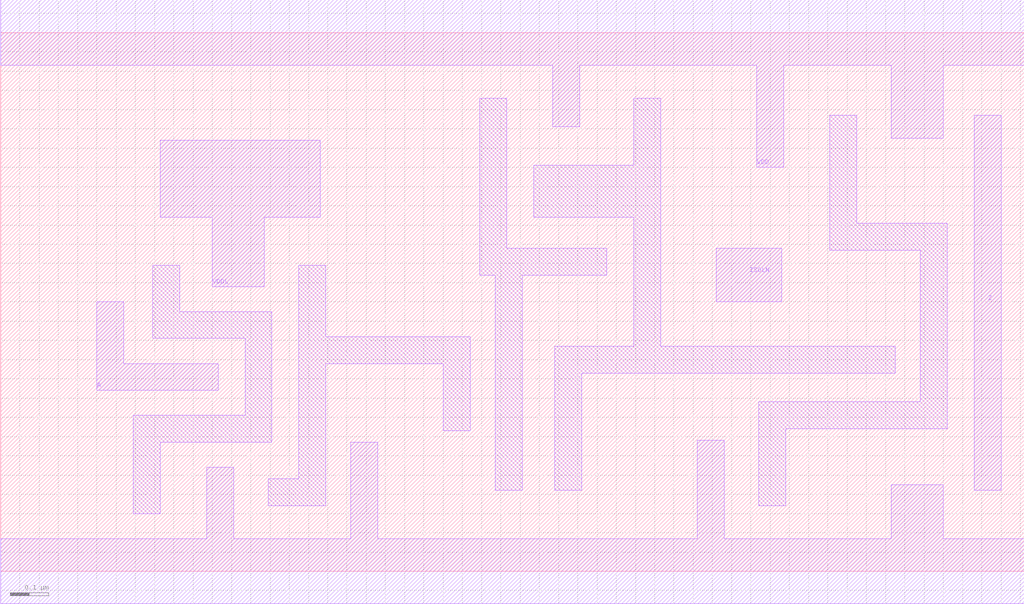
<source format=lef>
# 
# ******************************************************************************
# *                                                                            *
# *                   Copyright (C) 2004-2011, Nangate Inc.                    *
# *                           All rights reserved.                             *
# *                                                                            *
# * Nangate and the Nangate logo are trademarks of Nangate Inc.                *
# *                                                                            *
# * All trademarks, logos, software marks, and trade names (collectively the   *
# * "Marks") in this program are proprietary to Nangate or other respective    *
# * owners that have granted Nangate the right and license to use such Marks.  *
# * You are not permitted to use the Marks without the prior written consent   *
# * of Nangate or such third party that may own the Marks.                     *
# *                                                                            *
# * This file has been provided pursuant to a License Agreement containing     *
# * restrictions on its use. This file contains valuable trade secrets and     *
# * proprietary information of Nangate Inc., and is protected by U.S. and      *
# * international laws and/or treaties.                                        *
# *                                                                            *
# * The copyright notice(s) in this file does not indicate actual or intended  *
# * publication of this file.                                                  *
# *                                                                            *
# *     NGLibraryCreator, v2010.08-HR32-SP3-2010-08-05 - build 1009061800      *
# *                                                                            *
# ******************************************************************************
# 
# 
# Running on server08.nangate.com for user Giancarlo Franciscatto (gfr).
# Local time is now Thu, 6 Jan 2011, 18:10:28.
# Main process id is 3320.

VERSION 5.6 ;
BUSBITCHARS "[]" ;
DIVIDERCHAR "/" ;

MACRO LS_LHEN_X2
  CLASS core ;
  FOREIGN LS_LHEN_X2 0.0 0.0 ;
  ORIGIN 0 0 ;
  SYMMETRY X Y ;
  SITE FreePDK45_38x28_10R_NP_162NW_34O ;
  SIZE 2.66 BY 1.4 ;
  PIN A
    DIRECTION INPUT ;
    ANTENNAPARTIALMETALAREA 0.03325 LAYER metal1 ;
    ANTENNAPARTIALMETALSIDEAREA 0.1417 LAYER metal1 ;
    ANTENNAGATEAREA 0.011 ;
    PORT
      LAYER metal1 ;
        POLYGON 0.25 0.47 0.565 0.47 0.565 0.54 0.32 0.54 0.32 0.7 0.25 0.7  ;
    END
  END A
  PIN ISOLN
    DIRECTION INPUT ;
    ANTENNAPARTIALMETALAREA 0.0238 LAYER metal1 ;
    ANTENNAPARTIALMETALSIDEAREA 0.0806 LAYER metal1 ;
    ANTENNAGATEAREA 0.02225 ;
    PORT
      LAYER metal1 ;
        POLYGON 1.86 0.7 2.03 0.7 2.03 0.84 1.86 0.84  ;
    END
  END ISOLN
  PIN Z
    DIRECTION OUTPUT ;
    ANTENNAPARTIALMETALAREA 0.06825 LAYER metal1 ;
    ANTENNAPARTIALMETALSIDEAREA 0.2717 LAYER metal1 ;
    ANTENNADIFFAREA 0.04725 ;
    PORT
      LAYER metal1 ;
        POLYGON 2.53 0.21 2.6 0.21 2.6 1.185 2.53 1.185  ;
    END
  END Z
  PIN VDD
    DIRECTION INOUT ;
    USE power ;
    SHAPE ABUTMENT ;
    PORT
      LAYER metal1 ;
        POLYGON 0 1.315 0.705 1.315 1.22 1.315 1.435 1.315 1.435 1.155 1.505 1.155 1.505 1.315 1.965 1.315 1.965 1.05 2.035 1.05 2.035 1.315 2.315 1.315 2.315 1.125 2.45 1.125 2.45 1.315 2.46 1.315 2.66 1.315 2.66 1.485 2.46 1.485 1.22 1.485 0.705 1.485 0 1.485  ;
    END
  END VDD
  PIN VDDL
    DIRECTION INOUT ;
    USE power ;
    SHAPE ABUTMENT ;
    PORT
      LAYER metal1 ;
        POLYGON 0.415 0.92 0.55 0.92 0.55 0.74 0.685 0.74 0.685 0.92 0.705 0.92 0.83 0.92 0.83 1.12 0.705 1.12 0.415 1.12  ;
    END
  END VDDL
  PIN VSS
    DIRECTION INOUT ;
    USE ground ;
    SHAPE ABUTMENT ;
    PORT
      LAYER metal1 ;
        POLYGON 0 -0.085 2.66 -0.085 2.66 0.085 2.45 0.085 2.45 0.225 2.315 0.225 2.315 0.085 1.88 0.085 1.88 0.34 1.81 0.34 1.81 0.085 0.98 0.085 0.98 0.335 0.91 0.335 0.91 0.085 0.605 0.085 0.605 0.27 0.535 0.27 0.535 0.085 0 0.085  ;
    END
  END VSS
  OBS
      LAYER metal1 ;
        POLYGON 0.395 0.605 0.635 0.605 0.635 0.405 0.345 0.405 0.345 0.15 0.415 0.15 0.415 0.335 0.705 0.335 0.705 0.675 0.465 0.675 0.465 0.795 0.395 0.795  ;
        POLYGON 0.695 0.17 0.845 0.17 0.845 0.54 1.15 0.54 1.15 0.365 1.22 0.365 1.22 0.61 0.845 0.61 0.845 0.795 0.775 0.795 0.775 0.24 0.695 0.24  ;
        POLYGON 1.245 0.77 1.285 0.77 1.285 0.21 1.355 0.21 1.355 0.77 1.575 0.77 1.575 0.84 1.315 0.84 1.315 1.23 1.245 1.23  ;
        POLYGON 1.385 0.92 1.645 0.92 1.645 0.585 1.44 0.585 1.44 0.21 1.51 0.21 1.51 0.515 2.325 0.515 2.325 0.585 1.715 0.585 1.715 1.23 1.645 1.23 1.645 1.055 1.385 1.055  ;
        POLYGON 2.155 0.835 2.39 0.835 2.39 0.44 1.97 0.44 1.97 0.17 2.04 0.17 2.04 0.37 2.46 0.37 2.46 0.905 2.225 0.905 2.225 1.185 2.155 1.185  ;
  END
END LS_LHEN_X2

END LIBRARY
#
# End of file
#

</source>
